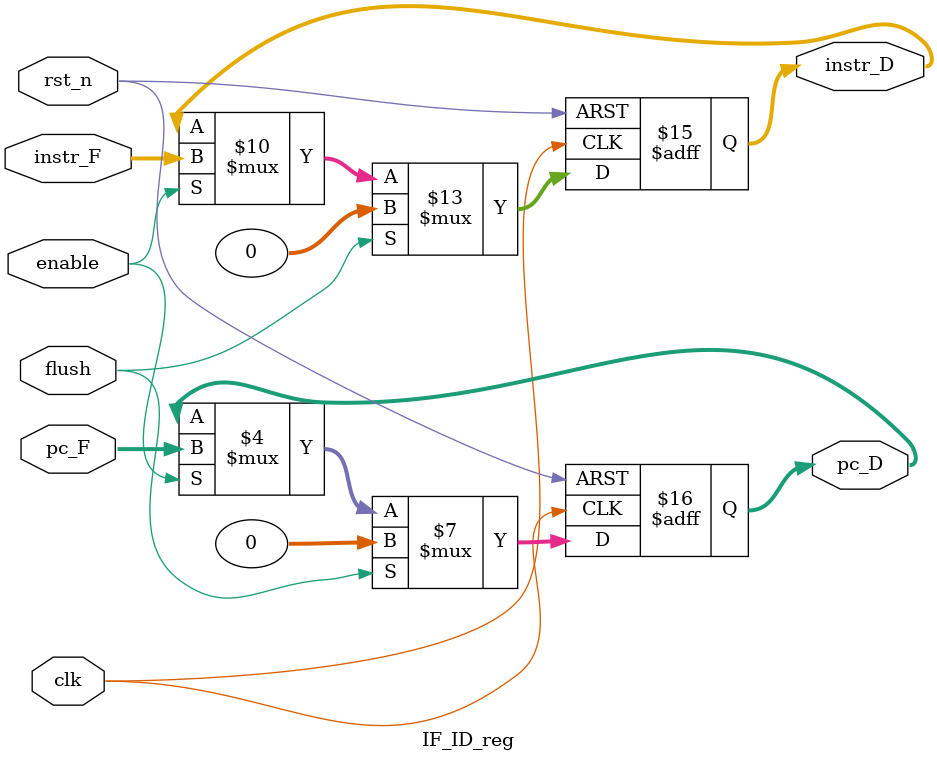
<source format=sv>
module IF_ID_reg (
   input  logic clk           , 
   input  logic rst_n         ,    
   input  logic flush         ,
   input  logic enable        ,

   input  logic [31:0] instr_F,
   input  logic [31:0] pc_F   ,
   
   output logic [31:0] instr_D,
   output logic [31:0] pc_D
);

   always_ff @(posedge clk or negedge rst_n) begin
      if (!rst_n) begin 
         instr_D     <= 0;
         pc_D        <= 0;
      end else begin 
         if (flush) begin 
         instr_D     <= 0;
         pc_D        <= 0;
         end else begin
            if (enable) begin
            instr_D     <= instr_F;
            pc_D        <= pc_F;
            end else begin
            instr_D     <= instr_D;
            pc_D        <= pc_D;
            end
         end
      end
   end

endmodule 
</source>
